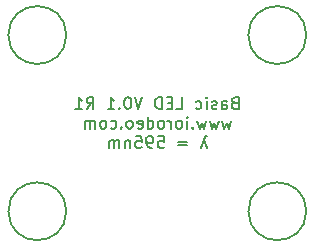
<source format=gbr>
%TF.GenerationSoftware,KiCad,Pcbnew,5.1.7-a382d34a8~87~ubuntu18.04.1*%
%TF.CreationDate,2022-10-12T11:13:32-07:00*%
%TF.ProjectId,basic_led,62617369-635f-46c6-9564-2e6b69636164,rev?*%
%TF.SameCoordinates,Original*%
%TF.FileFunction,Legend,Bot*%
%TF.FilePolarity,Positive*%
%FSLAX46Y46*%
G04 Gerber Fmt 4.6, Leading zero omitted, Abs format (unit mm)*
G04 Created by KiCad (PCBNEW 5.1.7-a382d34a8~87~ubuntu18.04.1) date 2022-10-12 11:13:32*
%MOMM*%
%LPD*%
G01*
G04 APERTURE LIST*
%ADD10C,0.150000*%
G04 APERTURE END LIST*
D10*
X69247619Y-58278571D02*
X69104761Y-58326190D01*
X69057142Y-58373809D01*
X69009523Y-58469047D01*
X69009523Y-58611904D01*
X69057142Y-58707142D01*
X69104761Y-58754761D01*
X69200000Y-58802380D01*
X69580952Y-58802380D01*
X69580952Y-57802380D01*
X69247619Y-57802380D01*
X69152380Y-57850000D01*
X69104761Y-57897619D01*
X69057142Y-57992857D01*
X69057142Y-58088095D01*
X69104761Y-58183333D01*
X69152380Y-58230952D01*
X69247619Y-58278571D01*
X69580952Y-58278571D01*
X68152380Y-58802380D02*
X68152380Y-58278571D01*
X68200000Y-58183333D01*
X68295238Y-58135714D01*
X68485714Y-58135714D01*
X68580952Y-58183333D01*
X68152380Y-58754761D02*
X68247619Y-58802380D01*
X68485714Y-58802380D01*
X68580952Y-58754761D01*
X68628571Y-58659523D01*
X68628571Y-58564285D01*
X68580952Y-58469047D01*
X68485714Y-58421428D01*
X68247619Y-58421428D01*
X68152380Y-58373809D01*
X67723809Y-58754761D02*
X67628571Y-58802380D01*
X67438095Y-58802380D01*
X67342857Y-58754761D01*
X67295238Y-58659523D01*
X67295238Y-58611904D01*
X67342857Y-58516666D01*
X67438095Y-58469047D01*
X67580952Y-58469047D01*
X67676190Y-58421428D01*
X67723809Y-58326190D01*
X67723809Y-58278571D01*
X67676190Y-58183333D01*
X67580952Y-58135714D01*
X67438095Y-58135714D01*
X67342857Y-58183333D01*
X66866666Y-58802380D02*
X66866666Y-58135714D01*
X66866666Y-57802380D02*
X66914285Y-57850000D01*
X66866666Y-57897619D01*
X66819047Y-57850000D01*
X66866666Y-57802380D01*
X66866666Y-57897619D01*
X65961904Y-58754761D02*
X66057142Y-58802380D01*
X66247619Y-58802380D01*
X66342857Y-58754761D01*
X66390476Y-58707142D01*
X66438095Y-58611904D01*
X66438095Y-58326190D01*
X66390476Y-58230952D01*
X66342857Y-58183333D01*
X66247619Y-58135714D01*
X66057142Y-58135714D01*
X65961904Y-58183333D01*
X64295238Y-58802380D02*
X64771428Y-58802380D01*
X64771428Y-57802380D01*
X63961904Y-58278571D02*
X63628571Y-58278571D01*
X63485714Y-58802380D02*
X63961904Y-58802380D01*
X63961904Y-57802380D01*
X63485714Y-57802380D01*
X63057142Y-58802380D02*
X63057142Y-57802380D01*
X62819047Y-57802380D01*
X62676190Y-57850000D01*
X62580952Y-57945238D01*
X62533333Y-58040476D01*
X62485714Y-58230952D01*
X62485714Y-58373809D01*
X62533333Y-58564285D01*
X62580952Y-58659523D01*
X62676190Y-58754761D01*
X62819047Y-58802380D01*
X63057142Y-58802380D01*
X61438095Y-57802380D02*
X61104761Y-58802380D01*
X60771428Y-57802380D01*
X60247619Y-57802380D02*
X60152380Y-57802380D01*
X60057142Y-57850000D01*
X60009523Y-57897619D01*
X59961904Y-57992857D01*
X59914285Y-58183333D01*
X59914285Y-58421428D01*
X59961904Y-58611904D01*
X60009523Y-58707142D01*
X60057142Y-58754761D01*
X60152380Y-58802380D01*
X60247619Y-58802380D01*
X60342857Y-58754761D01*
X60390476Y-58707142D01*
X60438095Y-58611904D01*
X60485714Y-58421428D01*
X60485714Y-58183333D01*
X60438095Y-57992857D01*
X60390476Y-57897619D01*
X60342857Y-57850000D01*
X60247619Y-57802380D01*
X59485714Y-58707142D02*
X59438095Y-58754761D01*
X59485714Y-58802380D01*
X59533333Y-58754761D01*
X59485714Y-58707142D01*
X59485714Y-58802380D01*
X58485714Y-58802380D02*
X59057142Y-58802380D01*
X58771428Y-58802380D02*
X58771428Y-57802380D01*
X58866666Y-57945238D01*
X58961904Y-58040476D01*
X59057142Y-58088095D01*
X56723809Y-58802380D02*
X57057142Y-58326190D01*
X57295238Y-58802380D02*
X57295238Y-57802380D01*
X56914285Y-57802380D01*
X56819047Y-57850000D01*
X56771428Y-57897619D01*
X56723809Y-57992857D01*
X56723809Y-58135714D01*
X56771428Y-58230952D01*
X56819047Y-58278571D01*
X56914285Y-58326190D01*
X57295238Y-58326190D01*
X55771428Y-58802380D02*
X56342857Y-58802380D01*
X56057142Y-58802380D02*
X56057142Y-57802380D01*
X56152380Y-57945238D01*
X56247619Y-58040476D01*
X56342857Y-58088095D01*
X68938095Y-59785714D02*
X68747619Y-60452380D01*
X68557142Y-59976190D01*
X68366666Y-60452380D01*
X68176190Y-59785714D01*
X67890476Y-59785714D02*
X67700000Y-60452380D01*
X67509523Y-59976190D01*
X67319047Y-60452380D01*
X67128571Y-59785714D01*
X66842857Y-59785714D02*
X66652380Y-60452380D01*
X66461904Y-59976190D01*
X66271428Y-60452380D01*
X66080952Y-59785714D01*
X65700000Y-60357142D02*
X65652380Y-60404761D01*
X65700000Y-60452380D01*
X65747619Y-60404761D01*
X65700000Y-60357142D01*
X65700000Y-60452380D01*
X65223809Y-60452380D02*
X65223809Y-59785714D01*
X65223809Y-59452380D02*
X65271428Y-59500000D01*
X65223809Y-59547619D01*
X65176190Y-59500000D01*
X65223809Y-59452380D01*
X65223809Y-59547619D01*
X64604761Y-60452380D02*
X64700000Y-60404761D01*
X64747619Y-60357142D01*
X64795238Y-60261904D01*
X64795238Y-59976190D01*
X64747619Y-59880952D01*
X64700000Y-59833333D01*
X64604761Y-59785714D01*
X64461904Y-59785714D01*
X64366666Y-59833333D01*
X64319047Y-59880952D01*
X64271428Y-59976190D01*
X64271428Y-60261904D01*
X64319047Y-60357142D01*
X64366666Y-60404761D01*
X64461904Y-60452380D01*
X64604761Y-60452380D01*
X63842857Y-60452380D02*
X63842857Y-59785714D01*
X63842857Y-59976190D02*
X63795238Y-59880952D01*
X63747619Y-59833333D01*
X63652380Y-59785714D01*
X63557142Y-59785714D01*
X63080952Y-60452380D02*
X63176190Y-60404761D01*
X63223809Y-60357142D01*
X63271428Y-60261904D01*
X63271428Y-59976190D01*
X63223809Y-59880952D01*
X63176190Y-59833333D01*
X63080952Y-59785714D01*
X62938095Y-59785714D01*
X62842857Y-59833333D01*
X62795238Y-59880952D01*
X62747619Y-59976190D01*
X62747619Y-60261904D01*
X62795238Y-60357142D01*
X62842857Y-60404761D01*
X62938095Y-60452380D01*
X63080952Y-60452380D01*
X61890476Y-60452380D02*
X61890476Y-59452380D01*
X61890476Y-60404761D02*
X61985714Y-60452380D01*
X62176190Y-60452380D01*
X62271428Y-60404761D01*
X62319047Y-60357142D01*
X62366666Y-60261904D01*
X62366666Y-59976190D01*
X62319047Y-59880952D01*
X62271428Y-59833333D01*
X62176190Y-59785714D01*
X61985714Y-59785714D01*
X61890476Y-59833333D01*
X61033333Y-60404761D02*
X61128571Y-60452380D01*
X61319047Y-60452380D01*
X61414285Y-60404761D01*
X61461904Y-60309523D01*
X61461904Y-59928571D01*
X61414285Y-59833333D01*
X61319047Y-59785714D01*
X61128571Y-59785714D01*
X61033333Y-59833333D01*
X60985714Y-59928571D01*
X60985714Y-60023809D01*
X61461904Y-60119047D01*
X60414285Y-60452380D02*
X60509523Y-60404761D01*
X60557142Y-60357142D01*
X60604761Y-60261904D01*
X60604761Y-59976190D01*
X60557142Y-59880952D01*
X60509523Y-59833333D01*
X60414285Y-59785714D01*
X60271428Y-59785714D01*
X60176190Y-59833333D01*
X60128571Y-59880952D01*
X60080952Y-59976190D01*
X60080952Y-60261904D01*
X60128571Y-60357142D01*
X60176190Y-60404761D01*
X60271428Y-60452380D01*
X60414285Y-60452380D01*
X59652380Y-60357142D02*
X59604761Y-60404761D01*
X59652380Y-60452380D01*
X59700000Y-60404761D01*
X59652380Y-60357142D01*
X59652380Y-60452380D01*
X58747619Y-60404761D02*
X58842857Y-60452380D01*
X59033333Y-60452380D01*
X59128571Y-60404761D01*
X59176190Y-60357142D01*
X59223809Y-60261904D01*
X59223809Y-59976190D01*
X59176190Y-59880952D01*
X59128571Y-59833333D01*
X59033333Y-59785714D01*
X58842857Y-59785714D01*
X58747619Y-59833333D01*
X58176190Y-60452380D02*
X58271428Y-60404761D01*
X58319047Y-60357142D01*
X58366666Y-60261904D01*
X58366666Y-59976190D01*
X58319047Y-59880952D01*
X58271428Y-59833333D01*
X58176190Y-59785714D01*
X58033333Y-59785714D01*
X57938095Y-59833333D01*
X57890476Y-59880952D01*
X57842857Y-59976190D01*
X57842857Y-60261904D01*
X57890476Y-60357142D01*
X57938095Y-60404761D01*
X58033333Y-60452380D01*
X58176190Y-60452380D01*
X57414285Y-60452380D02*
X57414285Y-59785714D01*
X57414285Y-59880952D02*
X57366666Y-59833333D01*
X57271428Y-59785714D01*
X57128571Y-59785714D01*
X57033333Y-59833333D01*
X56985714Y-59928571D01*
X56985714Y-60452380D01*
X56985714Y-59928571D02*
X56938095Y-59833333D01*
X56842857Y-59785714D01*
X56700000Y-59785714D01*
X56604761Y-59833333D01*
X56557142Y-59928571D01*
X56557142Y-60452380D01*
X66628571Y-61435714D02*
X66866666Y-62102380D01*
X66866666Y-61102380D02*
X66771428Y-61102380D01*
X66723809Y-61150000D01*
X66628571Y-61435714D01*
X66390476Y-62102380D01*
X65247619Y-61578571D02*
X64485714Y-61578571D01*
X64485714Y-61864285D02*
X65247619Y-61864285D01*
X62771428Y-61102380D02*
X63247619Y-61102380D01*
X63295238Y-61578571D01*
X63247619Y-61530952D01*
X63152380Y-61483333D01*
X62914285Y-61483333D01*
X62819047Y-61530952D01*
X62771428Y-61578571D01*
X62723809Y-61673809D01*
X62723809Y-61911904D01*
X62771428Y-62007142D01*
X62819047Y-62054761D01*
X62914285Y-62102380D01*
X63152380Y-62102380D01*
X63247619Y-62054761D01*
X63295238Y-62007142D01*
X62247619Y-62102380D02*
X62057142Y-62102380D01*
X61961904Y-62054761D01*
X61914285Y-62007142D01*
X61819047Y-61864285D01*
X61771428Y-61673809D01*
X61771428Y-61292857D01*
X61819047Y-61197619D01*
X61866666Y-61150000D01*
X61961904Y-61102380D01*
X62152380Y-61102380D01*
X62247619Y-61150000D01*
X62295238Y-61197619D01*
X62342857Y-61292857D01*
X62342857Y-61530952D01*
X62295238Y-61626190D01*
X62247619Y-61673809D01*
X62152380Y-61721428D01*
X61961904Y-61721428D01*
X61866666Y-61673809D01*
X61819047Y-61626190D01*
X61771428Y-61530952D01*
X60866666Y-61102380D02*
X61342857Y-61102380D01*
X61390476Y-61578571D01*
X61342857Y-61530952D01*
X61247619Y-61483333D01*
X61009523Y-61483333D01*
X60914285Y-61530952D01*
X60866666Y-61578571D01*
X60819047Y-61673809D01*
X60819047Y-61911904D01*
X60866666Y-62007142D01*
X60914285Y-62054761D01*
X61009523Y-62102380D01*
X61247619Y-62102380D01*
X61342857Y-62054761D01*
X61390476Y-62007142D01*
X60390476Y-61435714D02*
X60390476Y-62102380D01*
X60390476Y-61530952D02*
X60342857Y-61483333D01*
X60247619Y-61435714D01*
X60104761Y-61435714D01*
X60009523Y-61483333D01*
X59961904Y-61578571D01*
X59961904Y-62102380D01*
X59485714Y-62102380D02*
X59485714Y-61435714D01*
X59485714Y-61530952D02*
X59438095Y-61483333D01*
X59342857Y-61435714D01*
X59200000Y-61435714D01*
X59104761Y-61483333D01*
X59057142Y-61578571D01*
X59057142Y-62102380D01*
X59057142Y-61578571D02*
X59009523Y-61483333D01*
X58914285Y-61435714D01*
X58771428Y-61435714D01*
X58676190Y-61483333D01*
X58628571Y-61578571D01*
X58628571Y-62102380D01*
%TO.C,M4*%
X54990000Y-67460000D02*
G75*
G03*
X54990000Y-67460000I-2450000J0D01*
G01*
%TO.C,M3*%
X75310000Y-67460000D02*
G75*
G03*
X75310000Y-67460000I-2450000J0D01*
G01*
%TO.C,M2*%
X75310000Y-52540000D02*
G75*
G03*
X75310000Y-52540000I-2450000J0D01*
G01*
%TO.C,M1*%
X54990000Y-52540000D02*
G75*
G03*
X54990000Y-52540000I-2450000J0D01*
G01*
%TD*%
M02*

</source>
